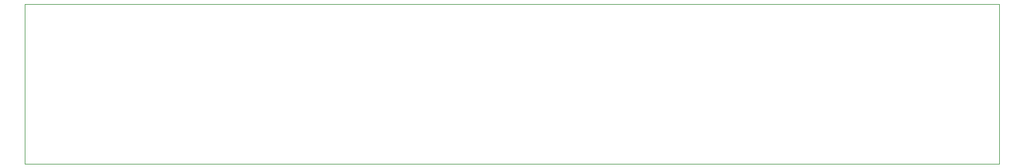
<source format=gbr>
%TF.GenerationSoftware,KiCad,Pcbnew,8.0.4*%
%TF.CreationDate,2024-08-26T11:17:32-06:00*%
%TF.ProjectId,modular-power-board,6d6f6475-6c61-4722-9d70-6f7765722d62,Mk One*%
%TF.SameCoordinates,Original*%
%TF.FileFunction,Profile,NP*%
%FSLAX46Y46*%
G04 Gerber Fmt 4.6, Leading zero omitted, Abs format (unit mm)*
G04 Created by KiCad (PCBNEW 8.0.4) date 2024-08-26 11:17:32*
%MOMM*%
%LPD*%
G01*
G04 APERTURE LIST*
%TA.AperFunction,Profile*%
%ADD10C,0.100000*%
%TD*%
G04 APERTURE END LIST*
D10*
X70980000Y-90520000D02*
X210800000Y-90520000D01*
X210800000Y-113400000D01*
X70980000Y-113400000D01*
X70980000Y-90520000D01*
M02*

</source>
